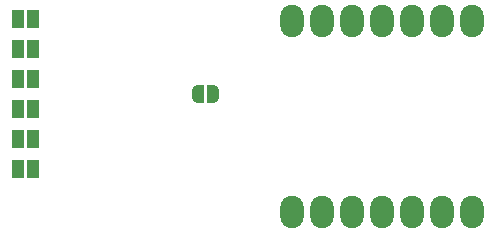
<source format=gbs>
G04 #@! TF.GenerationSoftware,KiCad,Pcbnew,7.99.0-4131-g55429aea6b*
G04 #@! TF.CreationDate,2024-01-04T13:58:44+01:00*
G04 #@! TF.ProjectId,xDuinoRailShield,78447569-6e6f-4526-9169-6c536869656c,rev?*
G04 #@! TF.SameCoordinates,Original*
G04 #@! TF.FileFunction,Soldermask,Bot*
G04 #@! TF.FilePolarity,Negative*
%FSLAX46Y46*%
G04 Gerber Fmt 4.6, Leading zero omitted, Abs format (unit mm)*
G04 Created by KiCad (PCBNEW 7.99.0-4131-g55429aea6b) date 2024-01-04 13:58:44*
%MOMM*%
%LPD*%
G01*
G04 APERTURE LIST*
G04 Aperture macros list*
%AMRoundRect*
0 Rectangle with rounded corners*
0 $1 Rounding radius*
0 $2 $3 $4 $5 $6 $7 $8 $9 X,Y pos of 4 corners*
0 Add a 4 corners polygon primitive as box body*
4,1,4,$2,$3,$4,$5,$6,$7,$8,$9,$2,$3,0*
0 Add four circle primitives for the rounded corners*
1,1,$1+$1,$2,$3*
1,1,$1+$1,$4,$5*
1,1,$1+$1,$6,$7*
1,1,$1+$1,$8,$9*
0 Add four rect primitives between the rounded corners*
20,1,$1+$1,$2,$3,$4,$5,0*
20,1,$1+$1,$4,$5,$6,$7,0*
20,1,$1+$1,$6,$7,$8,$9,0*
20,1,$1+$1,$8,$9,$2,$3,0*%
%AMFreePoly0*
4,1,19,0.500000,-0.750000,0.000000,-0.750000,0.000000,-0.744911,-0.071157,-0.744911,-0.207708,-0.704816,-0.327430,-0.627875,-0.420627,-0.520320,-0.479746,-0.390866,-0.500000,-0.250000,-0.500000,0.250000,-0.479746,0.390866,-0.420627,0.520320,-0.327430,0.627875,-0.207708,0.704816,-0.071157,0.744911,0.000000,0.744911,0.000000,0.750000,0.500000,0.750000,0.500000,-0.750000,0.500000,-0.750000,
$1*%
%AMFreePoly1*
4,1,19,0.000000,0.744911,0.071157,0.744911,0.207708,0.704816,0.327430,0.627875,0.420627,0.520320,0.479746,0.390866,0.500000,0.250000,0.500000,-0.250000,0.479746,-0.390866,0.420627,-0.520320,0.327430,-0.627875,0.207708,-0.704816,0.071157,-0.744911,0.000000,-0.744911,0.000000,-0.750000,-0.500000,-0.750000,-0.500000,0.750000,0.000000,0.750000,0.000000,0.744911,0.000000,0.744911,
$1*%
G04 Aperture macros list end*
%ADD10RoundRect,1.000000X0.000000X-0.375000X0.000000X0.375000X0.000000X0.375000X0.000000X-0.375000X0*%
%ADD11R,1.000000X1.500000*%
%ADD12FreePoly0,180.000000*%
%ADD13FreePoly1,180.000000*%
G04 APERTURE END LIST*
D10*
X163840000Y-84585700D03*
X161300000Y-84585700D03*
X158760000Y-84585700D03*
X156220000Y-84585700D03*
X153680000Y-84585700D03*
X151140000Y-84585700D03*
X148600000Y-84585700D03*
X148600000Y-68420700D03*
X151140000Y-68420700D03*
X153680000Y-68420700D03*
X156220000Y-68420700D03*
X158760000Y-68420700D03*
X161300000Y-68420700D03*
X163840000Y-68420700D03*
D11*
X126670000Y-75870000D03*
X125370000Y-75870000D03*
X126670000Y-78410000D03*
X125370000Y-78410000D03*
X126670000Y-80950000D03*
X125370000Y-80950000D03*
D12*
X141940000Y-74600000D03*
D13*
X140640000Y-74600000D03*
D11*
X126670000Y-73330000D03*
X125370000Y-73330000D03*
X126670000Y-70790000D03*
X125370000Y-70790000D03*
X126670000Y-68250000D03*
X125370000Y-68250000D03*
M02*

</source>
